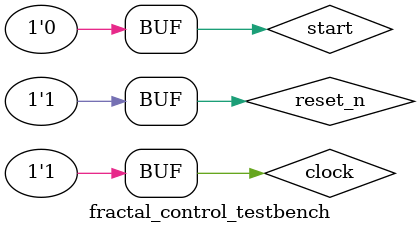
<source format=v>
`timescale 1 ps / 1 ps

module fractal_control_testbench ();


	/*88888b.  8888888888  .d8888b.  888             d8888 
	888  "Y88b 888        d88P  Y88b 888            d88888 
	888    888 888        888    888 888           d88P888 
	888    888 8888888    888        888          d88P 888 
	888    888 888        888        888         d88P  888 
	888    888 888        888    888 888        d88P   888 
	888  .d88P 888        Y88b  d88P 888       d8888888888 
	8888888P"  8888888888  "Y8888P"  88888888 d88P     8*/

	reg			clock;
	reg			start;
	reg			reset_n;
	wire [9:0]	x_coord_out;
	wire [9:0]	y_coord_out;
	wire [10:0]	interation_count;
	wire	 	is_in_the_set;
	reg	 		data_out_read;
	wire	 	data_out_available;


	/*8b     d888  .d88888b.  8888888b.  888     888 888      8888888888 
	8888b   d8888 d88P" "Y88b 888  "Y88b 888     888 888      888        
	88888b.d88888 888     888 888    888 888     888 888      888        
	888Y88888P888 888     888 888    888 888     888 888      8888888    
	888 Y888P 888 888     888 888    888 888     888 888      888        
	888  Y8P  888 888     888 888    888 888     888 888      888        
	888   "   888 Y88b. .d88P 888  .d88P Y88b. .d88P 888      888        
	888       888  "Y88888P"  8888888P"   "Y88888P"  88888888 88888888*/

	Fractal_control Fractal_control_i (
		.clock              (clock),
		.reset_n            (reset_n),
		.start              (start),
		.data_out_read      (data_out_read),
		.x_coord_out        (x_coord_out),
		.y_coord_out        (y_coord_out),
		.interation_count   (interation_count),
		.is_in_the_set      (is_in_the_set),
		.data_out_available (data_out_available)
	);

		
	/*88888 888b    888 8888888 88888888888 8888888        d8888 888      
	  888   8888b   888   888       888       888         d88888 888      
	  888   88888b  888   888       888       888        d88P888 888      
	  888   888Y88b 888   888       888       888       d88P 888 888      
	  888   888 Y88b888   888       888       888      d88P  888 888      
	  888   888  Y88888   888       888       888     d88P   888 888      
	  888   888   Y8888   888       888       888    d8888888888 888      
	8888888 888    Y888 8888888     888     8888888 d88P     888 888888*/

	initial begin 
		reset_n   = 1'b1;
		#25; 
		reset_n   = 1'b0;
		#25; 
		reset_n   = 1'b1;
		start     = 1'b0;
		#25 
		start     = 1'b1;
		#50;
		start     = 1'b0;
	end


		   /*888 888      888       888        d8888 Y88b   d88P  .d8888b.  
	      d88888 888      888   o   888       d88888  Y88b d88P  d88P  Y88b 
	     d88P888 888      888  d8b  888      d88P888   Y88o88P   Y88b.      
	    d88P 888 888      888 d888b 888     d88P 888    Y888P     "Y888b.   
	   d88P  888 888      888d88888b888    d88P  888     888         "Y88b. 
	  d88P   888 888      88888P Y88888   d88P   888     888           "888 
	 d8888888888 888      8888P   Y8888  d8888888888     888     Y88b  d88P 
	d88P     888 88888888 888P     Y888 d88P     888     888      "Y8888*/

	// Clock generation
	always begin
		#10; clock = 1'b0;
		#10; clock = 1'b1;
	end

	// RECEIVE data to the tested module
	always @ (posedge clock or negedge reset_n) begin
		if (!reset_n) begin
			data_out_read <= 1'd0;
		end
		else begin
			if (data_out_available)
				data_out_read <= 1'd1;
			else
				data_out_read <= 1'd0;
		end
	end

endmodule 

</source>
